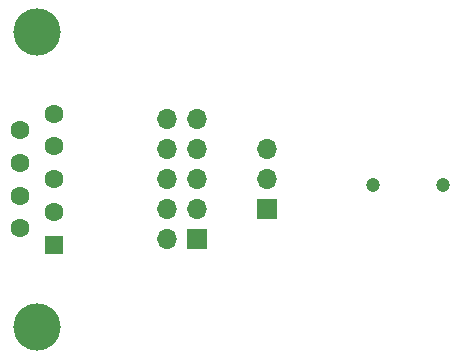
<source format=gbr>
%TF.GenerationSoftware,KiCad,Pcbnew,7.0.2*%
%TF.CreationDate,2024-01-06T01:05:47-08:00*%
%TF.ProjectId,MK_CommAdapter,4d4b5f43-6f6d-46d4-9164-61707465722e,1.0*%
%TF.SameCoordinates,Original*%
%TF.FileFunction,Soldermask,Bot*%
%TF.FilePolarity,Negative*%
%FSLAX46Y46*%
G04 Gerber Fmt 4.6, Leading zero omitted, Abs format (unit mm)*
G04 Created by KiCad (PCBNEW 7.0.2) date 2024-01-06 01:05:47*
%MOMM*%
%LPD*%
G01*
G04 APERTURE LIST*
%ADD10R,1.700000X1.700000*%
%ADD11O,1.700000X1.700000*%
%ADD12C,1.200000*%
%ADD13C,4.000000*%
%ADD14R,1.600000X1.600000*%
%ADD15C,1.600000*%
G04 APERTURE END LIST*
D10*
%TO.C,J4*%
X145039000Y-94528500D03*
D11*
X145039000Y-91988500D03*
X145039000Y-89448500D03*
X145039000Y-86908500D03*
X145039000Y-84368500D03*
X142499000Y-94528500D03*
X142499000Y-91988500D03*
X142499000Y-89448500D03*
X142499000Y-86908500D03*
X142499000Y-84368500D03*
%TD*%
D10*
%TO.C,J3*%
X151003000Y-91978500D03*
D11*
X151003000Y-89438500D03*
X151003000Y-86898500D03*
%TD*%
D12*
%TO.C,J2*%
X165938200Y-89916000D03*
X159938200Y-89916000D03*
%TD*%
D13*
%TO.C,J1*%
X131544200Y-101963500D03*
X131544200Y-76963500D03*
D14*
X132964200Y-95003500D03*
D15*
X132964200Y-92233500D03*
X132964200Y-89463500D03*
X132964200Y-86693500D03*
X132964200Y-83923500D03*
X130124200Y-93618500D03*
X130124200Y-90848500D03*
X130124200Y-88078500D03*
X130124200Y-85308500D03*
%TD*%
M02*

</source>
